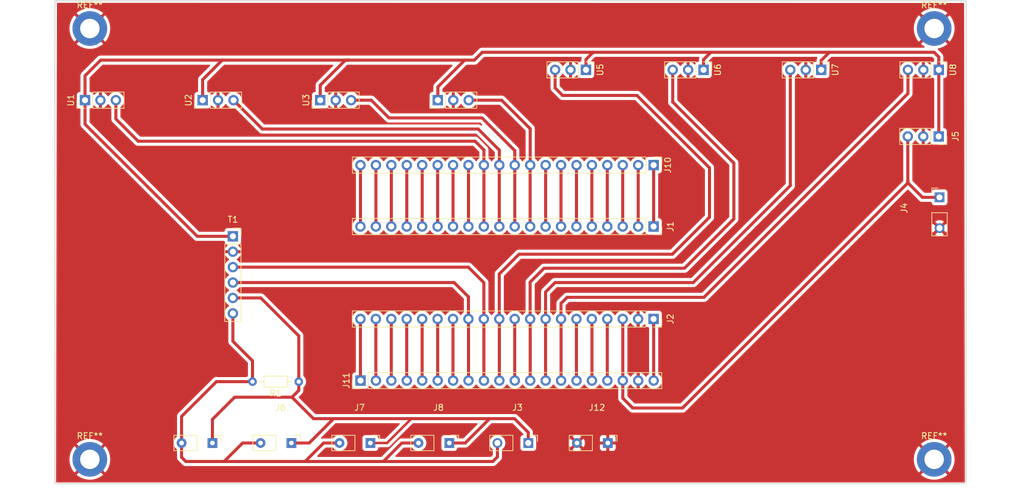
<source format=kicad_pcb>
(kicad_pcb (version 20221018) (generator pcbnew)
  (layers (0 "F.Cu" signal) (31 "B.Cu" signal) (34 "B.Paste" user) (35 "F.Paste" user) (36 "B.SilkS" user "B.Silkscreen") (37 "F.SilkS" user "F.Silkscreen") (38 "B.Mask" user) (39 "F.Mask" user) (44 "Edge.Cuts" user))
  (net 0 "")
  (net 1 "Net-(J1-Pin_1)")
  (net 2 "Net-(J1-Pin_2)")
  (net 3 "Net-(J1-Pin_3)")
  (net 4 "Net-(J1-Pin_4)")
  (net 5 "Net-(J1-Pin_5)")
  (net 6 "Net-(J1-Pin_6)")
  (net 7 "Net-(J1-Pin_7)")
  (net 8 "Net-(J1-Pin_8)")
  (net 9 "/Sensor_3")
  (net 10 "/Sensor_2")
  (net 11 "/Sensor_1")
  (net 12 "/Sensor_0")
  (net 13 "Net-(J1-Pin_13)")
  (net 14 "Net-(J1-Pin_14)")
  (net 15 "Net-(J1-Pin_15)")
  (net 16 "Net-(J1-Pin_16)")
  (net 17 "Net-(J1-Pin_17)")
  (net 18 "Net-(J1-Pin_18)")
  (net 19 "Net-(J1-Pin_19)")
  (net 20 "Net-(J1-Pin_20)")
  (net 21 "Net-(J11-Pin_20)")
  (net 22 "Net-(J11-Pin_17)")
  (net 23 "/Sensor_4")
  (net 24 "/Sensor_5")
  (net 25 "/Sensor_6")
  (net 26 "/BluePill/CRX")
  (net 27 "/BluePill/CTX")
  (net 28 "/Sensor_7")
  (net 29 "Net-(J11-Pin_16)")
  (net 30 "Net-(J11-Pin_15)")
  (net 31 "Net-(J11-Pin_11)")
  (net 32 "Net-(J11-Pin_7)")
  (net 33 "/BluePill/5V")
  (net 34 "/GND")
  (net 35 "/3.3V")
  (net 36 "Net-(J11-Pin_6)")
  (net 37 "/BluePill/CANL")
  (net 38 "/BluePill/CANH")
  (net 39 "Net-(J11-Pin_5)")
  (net 40 "Net-(J11-Pin_4)")
  (net 41 "Net-(J11-Pin_3)")
  (net 42 "Net-(J11-Pin_2)")
  (net 43 "Net-(J11-Pin_1)")
  (footprint "wen1:Conector_1x02" (layer "F.Cu") (at 55.4022 83.9724)
    (fp_text reference "J6" (at 0 -0.5 unlocked) (layer "F.SilkS"))
    (fp_text value "Conn_01x02_Socket")
    (pad "1" thru_hole circle (at -3.302 5.334) (size 1.6 1.6) (drill 0.762) (layers "*.Cu" "*.Mask") (net 37 "/BluePill/CANL"))
    (pad "2" thru_hole rect (at 1.778 5.334) (size 1.6 1.6) (drill 0.762) (layers "*.Cu" "*.Mask") (net 38 "/BluePill/CANH"))
  )
  (footprint "wen1:Conector_1x02" (layer "F.Cu") (at 158.5468 50.5968 90)
    (fp_text reference "J4" (at 0 -0.5 90 unlocked) (layer "F.SilkS"))
    (fp_text value "Conn_01x02_Socket")
    (pad "1" thru_hole circle (at -3.302 5.334 90) (size 1.6 1.6) (drill 1) (layers "*.Cu" "*.Mask") (net 34 "/GND"))
    (pad "2" thru_hole rect (at 1.778 5.334 90) (size 1.6 1.6) (drill 1) (layers "*.Cu" "*.Mask") (net 33 "/BluePill/5V"))
  )
  (footprint "Connector_PinHeader_2.54mm:PinHeader_1x03_P2.54mm_Vertical" (layer "F.Cu") (at 163.761 27.813 -90)
    (fp_text reference "U8" (at 0 -2.33 90) (layer "F.SilkS"))
    (fp_text value "~")
    (pad "1" thru_hole rect (at 0 0 270) (size 1.7 1.7) (drill 1) (layers "*.Cu" "*.Mask") (net 35 "/3.3V"))
    (pad "2" thru_hole oval (at 0 2.54 270) (size 1.7 1.7) (drill 1) (layers "*.Cu" "*.Mask") (net 34 "/GND"))
    (pad "3" thru_hole oval (at 0 5.08 270) (size 1.7 1.7) (drill 1) (layers "*.Cu" "*.Mask") (net 28 "/Sensor_7"))
  )
  (footprint "MountingHole:MountingHole_3.2mm_M3_ISO7380_Pad" (layer "F.Cu") (at 163 92)
    (fp_text reference "REF**" (at 0 -3.85) (layer "F.SilkS"))
    (fp_text value "MountingHole_3.2mm_M3_ISO7380_Pad")
    (pad "2" thru_hole circle (at 0 0) (size 5.7 5.7) (drill 3.2) (layers "*.Cu" "*.Mask") (net 34 "/GND"))
  )
  (footprint "Connector_PinHeader_2.54mm:PinHeader_1x03_P2.54mm_Vertical" (layer "F.Cu") (at 105.6748 27.813 -90)
    (fp_text reference "U5" (at 0 -2.33 90) (layer "F.SilkS"))
    (fp_text value "~")
    (pad "1" thru_hole rect (at 0 0 270) (size 1.7 1.7) (drill 1) (layers "*.Cu" "*.Mask") (net 35 "/3.3V"))
    (pad "2" thru_hole oval (at 0 2.54 270) (size 1.7 1.7) (drill 1) (layers "*.Cu" "*.Mask") (net 34 "/GND"))
    (pad "3" thru_hole oval (at 0 5.08 270) (size 1.7 1.7) (drill 1) (layers "*.Cu" "*.Mask") (net 23 "/Sensor_4"))
  )
  (footprint "Connector_PinHeader_2.54mm:PinHeader_1x20_P2.54mm_Vertical" (layer "F.Cu") (at 116.8146 43.5102 -90)
    (fp_text reference "J10" (at 0 -2.33 90) (layer "F.SilkS"))
    (fp_text value "Conn_01x20_Pin")
    (pad "1" thru_hole rect (at 0 0 270) (size 1.7 1.7) (drill 1) (layers "*.Cu" "*.Mask") (net 1 "Net-(J1-Pin_1)"))
    (pad "2" thru_hole oval (at 0 2.54 270) (size 1.7 1.7) (drill 1) (layers "*.Cu" "*.Mask") (net 2 "Net-(J1-Pin_2)"))
    (pad "3" thru_hole oval (at 0 5.08 270) (size 1.7 1.7) (drill 1) (layers "*.Cu" "*.Mask") (net 3 "Net-(J1-Pin_3)"))
    (pad "4" thru_hole oval (at 0 7.62 270) (size 1.7 1.7) (drill 1) (layers "*.Cu" "*.Mask") (net 4 "Net-(J1-Pin_4)"))
    (pad "5" thru_hole oval (at 0 10.16 270) (size 1.7 1.7) (drill 1) (layers "*.Cu" "*.Mask") (net 5 "Net-(J1-Pin_5)"))
    (pad "6" thru_hole oval (at 0 12.7 270) (size 1.7 1.7) (drill 1) (layers "*.Cu" "*.Mask") (net 6 "Net-(J1-Pin_6)"))
    (pad "7" thru_hole oval (at 0 15.24 270) (size 1.7 1.7) (drill 1) (layers "*.Cu" "*.Mask") (net 7 "Net-(J1-Pin_7)"))
    (pad "8" thru_hole oval (at 0 17.78 270) (size 1.7 1.7) (drill 1) (layers "*.Cu" "*.Mask") (net 8 "Net-(J1-Pin_8)"))
    (pad "9" thru_hole oval (at 0 20.32 270) (size 1.7 1.7) (drill 1) (layers "*.Cu" "*.Mask") (net 9 "/Sensor_3"))
    (pad "10" thru_hole oval (at 0 22.86 270) (size 1.7 1.7) (drill 1) (layers "*.Cu" "*.Mask") (net 10 "/Sensor_2"))
    (pad "11" thru_hole oval (at 0 25.4 270) (size 1.7 1.7) (drill 1) (layers "*.Cu" "*.Mask") (net 11 "/Sensor_1"))
    (pad "12" thru_hole oval (at 0 27.94 270) (size 1.7 1.7) (drill 1) (layers "*.Cu" "*.Mask") (net 12 "/Sensor_0"))
    (pad "13" thru_hole oval (at 0 30.48 270) (size 1.7 1.7) (drill 1) (layers "*.Cu" "*.Mask") (net 13 "Net-(J1-Pin_13)"))
    (pad "14" thru_hole oval (at 0 33.02 270) (size 1.7 1.7) (drill 1) (layers "*.Cu" "*.Mask") (net 14 "Net-(J1-Pin_14)"))
    (pad "15" thru_hole oval (at 0 35.56 270) (size 1.7 1.7) (drill 1) (layers "*.Cu" "*.Mask") (net 15 "Net-(J1-Pin_15)"))
    (pad "16" thru_hole oval (at 0 38.1 270) (size 1.7 1.7) (drill 1) (layers "*.Cu" "*.Mask") (net 16 "Net-(J1-Pin_16)"))
    (pad "17" thru_hole oval (at 0 40.64 270) (size 1.7 1.7) (drill 1) (layers "*.Cu" "*.Mask") (net 17 "Net-(J1-Pin_17)"))
    (pad "18" thru_hole oval (at 0 43.18 270) (size 1.7 1.7) (drill 1) (layers "*.Cu" "*.Mask") (net 18 "Net-(J1-Pin_18)"))
    (pad "19" thru_hole oval (at 0 45.72 270) (size 1.7 1.7) (drill 1) (layers "*.Cu" "*.Mask") (net 19 "Net-(J1-Pin_19)"))
    (pad "20" thru_hole oval (at 0 48.26 270) (size 1.7 1.7) (drill 1) (layers "*.Cu" "*.Mask") (net 20 "Net-(J1-Pin_20)"))
  )
  (footprint "wen1:Conector_1x02" (layer "F.Cu") (at 94.4022 83.9724)
    (fp_text reference "J3" (at 0 -0.5 unlocked) (layer "F.SilkS"))
    (fp_text value "Conn_01x02_Socket")
    (pad "1" thru_hole circle (at -3.302 5.334) (size 1.6 1.6) (drill 1) (layers "*.Cu" "*.Mask") (net 37 "/BluePill/CANL"))
    (pad "2" thru_hole rect (at 1.778 5.334) (size 1.6 1.6) (drill 1) (layers "*.Cu" "*.Mask") (net 38 "/BluePill/CANH"))
  )
  (footprint "Connector_PinHeader_2.54mm:PinHeader_1x03_P2.54mm_Vertical" (layer "F.Cu") (at 81.2912 32.813 90)
    (fp_text reference "" (at 0 -2.33 90) (layer "F.SilkS"))
    (fp_text value "~")
    (pad "1" thru_hole rect (at 0 0 90) (size 1.7 1.7) (drill 1) (layers "*.Cu" "*.Mask") (net 35 "/3.3V"))
    (pad "2" thru_hole oval (at 0 2.54 90) (size 1.7 1.7) (drill 1) (layers "*.Cu" "*.Mask") (net 34 "/GND"))
    (pad "3" thru_hole oval (at 0 5.08 90) (size 1.7 1.7) (drill 1) (layers "*.Cu" "*.Mask") (net 9 "/Sensor_3"))
  )
  (footprint "wen1:Conector_1x02" (layer "F.Cu") (at 68.4022 83.9724)
    (fp_text reference "J7" (at 0 -0.5 unlocked) (layer "F.SilkS"))
    (fp_text value "Conn_01x02_Socket")
    (pad "1" thru_hole circle (at -3.302 5.334) (size 1.6 1.6) (drill 0.762) (layers "*.Cu" "*.Mask") (net 37 "/BluePill/CANL"))
    (pad "2" thru_hole rect (at 1.778 5.334) (size 1.6 1.6) (drill 0.762) (layers "*.Cu" "*.Mask") (net 38 "/BluePill/CANH"))
  )
  (footprint "Connector_PinHeader_2.54mm:PinHeader_1x03_P2.54mm_Vertical" (layer "F.Cu") (at 125.0366 27.813 -90)
    (fp_text reference "U6" (at 0 -2.33 90) (layer "F.SilkS"))
    (fp_text value "~")
    (pad "1" thru_hole rect (at 0 0 270) (size 1.7 1.7) (drill 1) (layers "*.Cu" "*.Mask") (net 35 "/3.3V"))
    (pad "2" thru_hole oval (at 0 2.54 270) (size 1.7 1.7) (drill 1) (layers "*.Cu" "*.Mask") (net 34 "/GND"))
    (pad "3" thru_hole oval (at 0 5.08 270) (size 1.7 1.7) (drill 1) (layers "*.Cu" "*.Mask") (net 24 "/Sensor_5"))
  )
  (footprint "Connector_PinSocket_2.54mm:PinSocket_1x20_P2.54mm_Vertical" (layer "F.Cu") (at 116.805 68.8672 -90)
    (fp_text reference "J2" (at 0 -2.77 90) (layer "F.SilkS"))
    (fp_text value "Conn_01x20_Socket")
    (pad "1" thru_hole rect (at 0 0 270) (size 1.7 1.7) (drill 1) (layers "*.Cu" "*.Mask") (net 21 "Net-(J11-Pin_20)"))
    (pad "2" thru_hole oval (at 0 2.54 270) (size 1.7 1.7) (drill 1) (layers "*.Cu" "*.Mask") (net 34 "/GND"))
    (pad "3" thru_hole oval (at 0 5.08 270) (size 1.7 1.7) (drill 1) (layers "*.Cu" "*.Mask") (net 33 "/BluePill/5V"))
    (pad "4" thru_hole oval (at 0 7.62 270) (size 1.7 1.7) (drill 1) (layers "*.Cu" "*.Mask") (net 22 "Net-(J11-Pin_17)"))
    (pad "5" thru_hole oval (at 0 10.16 270) (size 1.7 1.7) (drill 1) (layers "*.Cu" "*.Mask") (net 29 "Net-(J11-Pin_16)"))
    (pad "6" thru_hole oval (at 0 12.7 270) (size 1.7 1.7) (drill 1) (layers "*.Cu" "*.Mask") (net 30 "Net-(J11-Pin_15)"))
    (pad "7" thru_hole oval (at 0 15.24 270) (size 1.7 1.7) (drill 1) (layers "*.Cu" "*.Mask") (net 28 "/Sensor_7"))
    (pad "8" thru_hole oval (at 0 17.78 270) (size 1.7 1.7) (drill 1) (layers "*.Cu" "*.Mask") (net 25 "/Sensor_6"))
    (pad "9" thru_hole oval (at 0 20.32 270) (size 1.7 1.7) (drill 1) (layers "*.Cu" "*.Mask") (net 24 "/Sensor_5"))
    (pad "10" thru_hole oval (at 0 22.86 270) (size 1.7 1.7) (drill 1) (layers "*.Cu" "*.Mask") (net 31 "Net-(J11-Pin_11)"))
    (pad "11" thru_hole oval (at 0 25.4 270) (size 1.7 1.7) (drill 1) (layers "*.Cu" "*.Mask") (net 23 "/Sensor_4"))
    (pad "12" thru_hole oval (at 0 27.94 270) (size 1.7 1.7) (drill 1) (layers "*.Cu" "*.Mask") (net 27 "/BluePill/CTX"))
    (pad "13" thru_hole oval (at 0 30.48 270) (size 1.7 1.7) (drill 1) (layers "*.Cu" "*.Mask") (net 26 "/BluePill/CRX"))
    (pad "14" thru_hole oval (at 0 33.02 270) (size 1.7 1.7) (drill 1) (layers "*.Cu" "*.Mask") (net 32 "Net-(J11-Pin_7)"))
    (pad "15" thru_hole oval (at 0 35.56 270) (size 1.7 1.7) (drill 1) (layers "*.Cu" "*.Mask") (net 36 "Net-(J11-Pin_6)"))
    (pad "16" thru_hole oval (at 0 38.1 270) (size 1.7 1.7) (drill 1) (layers "*.Cu" "*.Mask") (net 39 "Net-(J11-Pin_5)"))
    (pad "17" thru_hole oval (at 0 40.64 270) (size 1.7 1.7) (drill 1) (layers "*.Cu" "*.Mask") (net 40 "Net-(J11-Pin_4)"))
    (pad "18" thru_hole oval (at 0 43.18 270) (size 1.7 1.7) (drill 1) (layers "*.Cu" "*.Mask") (net 41 "Net-(J11-Pin_3)"))
    (pad "19" thru_hole oval (at 0 45.72 270) (size 1.7 1.7) (drill 1) (layers "*.Cu" "*.Mask") (net 42 "Net-(J11-Pin_2)"))
    (pad "20" thru_hole oval (at 0 48.26 270) (size 1.7 1.7) (drill 1) (layers "*.Cu" "*.Mask") (net 43 "Net-(J11-Pin_1)"))
  )
  (footprint "wen1:Conector_1x02" (layer "F.Cu") (at 81.4022 83.9724)
    (fp_text reference "J8" (at 0 -0.5 unlocked) (layer "F.SilkS"))
    (fp_text value "Conn_01x02_Socket")
    (pad "1" thru_hole circle (at -3.302 5.334) (size 1.6 1.6) (drill 0.762) (layers "*.Cu" "*.Mask") (net 37 "/BluePill/CANL"))
    (pad "2" thru_hole rect (at 1.778 5.334) (size 1.6 1.6) (drill 0.762) (layers "*.Cu" "*.Mask") (net 38 "/BluePill/CANH"))
  )
  (footprint "Connector_PinHeader_2.54mm:PinHeader_1x03_P2.54mm_Vertical" (layer "F.Cu") (at 42.5672 32.813 90)
    (fp_text reference "U2" (at 0 -2.33 90) (layer "F.SilkS"))
    (fp_text value "~")
    (pad "1" thru_hole rect (at 0 0 90) (size 1.7 1.7) (drill 1) (layers "*.Cu" "*.Mask") (net 35 "/3.3V"))
    (pad "2" thru_hole oval (at 0 2.54 90) (size 1.7 1.7) (drill 1) (layers "*.Cu" "*.Mask") (net 34 "/GND"))
    (pad "3" thru_hole oval (at 0 5.08 90) (size 1.7 1.7) (drill 1) (layers "*.Cu" "*.Mask") (net 11 "/Sensor_1"))
  )
  (footprint "Connector_PinHeader_2.54mm:PinHeader_1x20_P2.54mm_Vertical" (layer "F.Cu") (at 68.5596 79.0194 90)
    (fp_text reference "J11" (at 0 -2.33 90) (layer "F.SilkS"))
    (fp_text value "Conn_01x20_Pin")
    (pad "1" thru_hole rect (at 0 0 90) (size 1.7 1.7) (drill 1) (layers "*.Cu" "*.Mask") (net 43 "Net-(J11-Pin_1)"))
    (pad "2" thru_hole oval (at 0 2.54 90) (size 1.7 1.7) (drill 1) (layers "*.Cu" "*.Mask") (net 42 "Net-(J11-Pin_2)"))
    (pad "3" thru_hole oval (at 0 5.08 90) (size 1.7 1.7) (drill 1) (layers "*.Cu" "*.Mask") (net 41 "Net-(J11-Pin_3)"))
    (pad "4" thru_hole oval (at 0 7.62 90) (size 1.7 1.7) (drill 1) (layers "*.Cu" "*.Mask") (net 40 "Net-(J11-Pin_4)"))
    (pad "5" thru_hole oval (at 0 10.16 90) (size 1.7 1.7) (drill 1) (layers "*.Cu" "*.Mask") (net 39 "Net-(J11-Pin_5)"))
    (pad "6" thru_hole oval (at 0 12.7 90) (size 1.7 1.7) (drill 1) (layers "*.Cu" "*.Mask") (net 36 "Net-(J11-Pin_6)"))
    (pad "7" thru_hole oval (at 0 15.24 90) (size 1.7 1.7) (drill 1) (layers "*.Cu" "*.Mask") (net 32 "Net-(J11-Pin_7)"))
    (pad "8" thru_hole oval (at 0 17.78 90) (size 1.7 1.7) (drill 1) (layers "*.Cu" "*.Mask") (net 26 "/BluePill/CRX"))
    (pad "9" thru_hole oval (at 0 20.32 90) (size 1.7 1.7) (drill 1) (layers "*.Cu" "*.Mask") (net 27 "/BluePill/CTX"))
    (pad "10" thru_hole oval (at 0 22.86 90) (size 1.7 1.7) (drill 1) (layers "*.Cu" "*.Mask") (net 23 "/Sensor_4"))
    (pad "11" thru_hole oval (at 0 25.4 90) (size 1.7 1.7) (drill 1) (layers "*.Cu" "*.Mask") (net 31 "Net-(J11-Pin_11)"))
    (pad "12" thru_hole oval (at 0 27.94 90) (size 1.7 1.7) (drill 1) (layers "*.Cu" "*.Mask") (net 24 "/Sensor_5"))
    (pad "13" thru_hole oval (at 0 30.48 90) (size 1.7 1.7) (drill 1) (layers "*.Cu" "*.Mask") (net 25 "/Sensor_6"))
    (pad "14" thru_hole oval (at 0 33.02 90) (size 1.7 1.7) (drill 1) (layers "*.Cu" "*.Mask") (net 28 "/Sensor_7"))
    (pad "15" thru_hole oval (at 0 35.56 90) (size 1.7 1.7) (drill 1) (layers "*.Cu" "*.Mask") (net 30 "Net-(J11-Pin_15)"))
    (pad "16" thru_hole oval (at 0 38.1 90) (size 1.7 1.7) (drill 1) (layers "*.Cu" "*.Mask") (net 29 "Net-(J11-Pin_16)"))
    (pad "17" thru_hole oval (at 0 40.64 90) (size 1.7 1.7) (drill 1) (layers "*.Cu" "*.Mask") (net 22 "Net-(J11-Pin_17)"))
    (pad "18" thru_hole oval (at 0 43.18 90) (size 1.7 1.7) (drill 1) (layers "*.Cu" "*.Mask") (net 33 "/BluePill/5V"))
    (pad "19" thru_hole oval (at 0 45.72 90) (size 1.7 1.7) (drill 1) (layers "*.Cu" "*.Mask") (net 34 "/GND"))
    (pad "20" thru_hole oval (at 0 48.26 90) (size 1.7 1.7) (drill 1) (layers "*.Cu" "*.Mask") (net 21 "Net-(J11-Pin_20)"))
  )
  (footprint "wen1:Conector_1x02" (layer "F.Cu") (at 107.4928 83.9724)
    (fp_text reference "J12" (at 0 -0.5 unlocked) (layer "F.SilkS"))
    (fp_text value "Conn_01x02_Socket")
    (pad "1" thru_hole circle (at -3.302 5.334) (size 1.6 1.6) (drill 0.762) (layers "*.Cu" "*.Mask") (net 34 "/GND"))
    (pad "2" thru_hole rect (at 1.778 5.334) (size 1.6 1.6) (drill 0.762) (layers "*.Cu" "*.Mask") (net 34 "/GND"))
  )
  (footprint "Connector_PinHeader_2.54mm:PinHeader_1x03_P2.54mm_Vertical" (layer "F.Cu") (at 144.399 27.813 -90)
    (fp_text reference "U7" (at 0 -2.33 90) (layer "F.SilkS"))
    (fp_text value "~")
    (pad "1" thru_hole rect (at 0 0 270) (size 1.7 1.7) (drill 1) (layers "*.Cu" "*.Mask") (net 35 "/3.3V"))
    (pad "2" thru_hole oval (at 0 2.54 270) (size 1.7 1.7) (drill 1) (layers "*.Cu" "*.Mask") (net 34 "/GND"))
    (pad "3" thru_hole oval (at 0 5.08 270) (size 1.7 1.7) (drill 1) (layers "*.Cu" "*.Mask") (net 25 "/Sensor_6"))
  )
  (footprint "Connector_PinSocket_2.54mm:PinSocket_1x20_P2.54mm_Vertical" (layer "F.Cu") (at 116.805 53.6312 -90)
    (fp_text reference "J1" (at 0 -2.77 90) (layer "F.SilkS"))
    (fp_text value "Conn_01x20_Socket")
    (pad "1" thru_hole rect (at 0 0 270) (size 1.7 1.7) (drill 1) (layers "*.Cu" "*.Mask") (net 1 "Net-(J1-Pin_1)"))
    (pad "2" thru_hole oval (at 0 2.54 270) (size 1.7 1.7) (drill 1) (layers "*.Cu" "*.Mask") (net 2 "Net-(J1-Pin_2)"))
    (pad "3" thru_hole oval (at 0 5.08 270) (size 1.7 1.7) (drill 1) (layers "*.Cu" "*.Mask") (net 3 "Net-(J1-Pin_3)"))
    (pad "4" thru_hole oval (at 0 7.62 270) (size 1.7 1.7) (drill 1) (layers "*.Cu" "*.Mask") (net 4 "Net-(J1-Pin_4)"))
    (pad "5" thru_hole oval (at 0 10.16 270) (size 1.7 1.7) (drill 1) (layers "*.Cu" "*.Mask") (net 5 "Net-(J1-Pin_5)"))
    (pad "6" thru_hole oval (at 0 12.7 270) (size 1.7 1.7) (drill 1) (layers "*.Cu" "*.Mask") (net 6 "Net-(J1-Pin_6)"))
    (pad "7" thru_hole oval (at 0 15.24 270) (size 1.7 1.7) (drill 1) (layers "*.Cu" "*.Mask") (net 7 "Net-(J1-Pin_7)"))
    (pad "8" thru_hole oval (at 0 17.78 270) (size 1.7 1.7) (drill 1) (layers "*.Cu" "*.Mask") (net 8 "Net-(J1-Pin_8)"))
    (pad "9" thru_hole oval (at 0 20.32 270) (size 1.7 1.7) (drill 1) (layers "*.Cu" "*.Mask") (net 9 "/Sensor_3"))
    (pad "10" thru_hole oval (at 0 22.86 270) (size 1.7 1.7) (drill 1) (layers "*.Cu" "*.Mask") (net 10 "/Sensor_2"))
    (pad "11" thru_hole oval (at 0 25.4 270) (size 1.7 1.7) (drill 1) (layers "*.Cu" "*.Mask") (net 11 "/Sensor_1"))
    (pad "12" thru_hole oval (at 0 27.94 270) (size 1.7 1.7) (drill 1) (layers "*.Cu" "*.Mask") (net 12 "/Sensor_0"))
    (pad "13" thru_hole oval (at 0 30.48 270) (size 1.7 1.7) (drill 1) (layers "*.Cu" "*.Mask") (net 13 "Net-(J1-Pin_13)"))
    (pad "14" thru_hole oval (at 0 33.02 270) (size 1.7 1.7) (drill 1) (layers "*.Cu" "*.Mask") (net 14 "Net-(J1-Pin_14)"))
    (pad "15" thru_hole oval (at 0 35.56 270) (size 1.7 1.7) (drill 1) (layers "*.Cu" "*.Mask") (net 15 "Net-(J1-Pin_15)"))
    (pad "16" thru_hole oval (at 0 38.1 270) (size 1.7 1.7) (drill 1) (layers "*.Cu" "*.Mask") (net 16 "Net-(J1-Pin_16)"))
    (pad "17" thru_hole oval (at 0 40.64 270) (size 1.7 1.7) (drill 1) (layers "*.Cu" "*.Mask") (net 17 "Net-(J1-Pin_17)"))
    (pad "18" thru_hole oval (at 0 43.18 270) (size 1.7 1.7) (drill 1) (layers "*.Cu" "*.Mask") (net 18 "Net-(J1-Pin_18)"))
    (pad "19" thru_hole oval (at 0 45.72 270) (size 1.7 1.7) (drill 1) (layers "*.Cu" "*.Mask") (net 19 "Net-(J1-Pin_19)"))
    (pad "20" thru_hole oval (at 0 48.26 270) (size 1.7 1.7) (drill 1) (layers "*.Cu" "*.Mask") (net 20 "Net-(J1-Pin_20)"))
  )
  (footprint "Resistor_THT:R_Axial_DIN0204_L3.6mm_D1.6mm_P7.62mm_Horizontal" (layer "F.Cu") (at 58.3946 79.1972 180)
    (fp_text reference "R1" (at 3.81 -1.92) (layer "F.SilkS"))
    (fp_text value "120")
    (pad "1" thru_hole circle (at 0 0 180) (size 1.4 1.4) (drill 0.7) (layers "*.Cu" "*.Mask") (net 38 "/BluePill/CANH"))
    (pad "2" thru_hole oval (at 7.62 0 180) (size 1.4 1.4) (drill 0.7) (layers "*.Cu" "*.Mask") (net 37 "/BluePill/CANL"))
  )
  (footprint "MountingHole:MountingHole_3.2mm_M3_ISO7380_Pad" (layer "F.Cu") (at 163 21)
    (fp_text reference "REF**" (at 0 -3.85) (layer "F.SilkS"))
    (fp_text value "MountingHole_3.2mm_M3_ISO7380_Pad")
    (pad "2" thru_hole circle (at 0 0) (size 5.7 5.7) (drill 3.2) (layers "*.Cu" "*.Mask") (net 34 "/GND"))
  )
  (footprint "wen1:Conector_1x02" (layer "F.Cu") (at 42.4022 83.9724)
    (fp_text reference "J9" hide)
    (fp_text value "Conn_01x02_Socket")
    (pad "1" thru_hole circle (at -3.302 5.334) (size 1.6 1.6) (drill 0.762) (layers "*.Cu" "*.Mask") (net 37 "/BluePill/CANL"))
    (pad "2" thru_hole rect (at 1.778 5.334) (size 1.6 1.6) (drill 0.762) (layers "*.Cu" "*.Mask") (net 38 "/BluePill/CANH"))
  )
  (footprint "Connector_PinHeader_2.54mm:PinHeader_1x03_P2.54mm_Vertical" (layer "F.Cu") (at 23.2048 32.813 90)
    (fp_text reference "U1" (at 0 -2.33 90) (layer "F.SilkS"))
    (fp_text value "~")
    (pad "1" thru_hole rect (at 0 0 90) (size 1.7 1.7) (drill 1) (layers "*.Cu" "*.Mask") (net 35 "/3.3V"))
    (pad "2" thru_hole oval (at 0 2.54 90) (size 1.7 1.7) (drill 1) (layers "*.Cu" "*.Mask") (net 34 "/GND"))
    (pad "3" thru_hole oval (at 0 5.08 90) (size 1.7 1.7) (drill 1) (layers "*.Cu" "*.Mask") (net 12 "/Sensor_0"))
  )
  (footprint "MountingHole:MountingHole_3.2mm_M3_ISO7380_Pad" (layer "F.Cu") (at 24 92)
    (fp_text reference "REF**" (at 0 -3.85) (layer "F.SilkS"))
    (fp_text value "MountingHole_3.2mm_M3_ISO7380_Pad")
    (pad "1" thru_hole circle (at 0 0) (size 5.7 5.7) (drill 3.2) (layers "*.Cu" "*.Mask") (net 34 "/GND"))
  )
  (footprint "Connector_PinSocket_2.54mm:PinSocket_1x03_P2.54mm_Vertical" (layer "F.Cu") (at 163.7388 38.7854 -90)
    (fp_text reference "J5" (at 0 -2.77 90) (layer "F.SilkS"))
    (fp_text value "Conn_01x03_Socket")
    (pad "1" thru_hole rect (at 0 0 270) (size 1.7 1.7) (drill 1) (layers "*.Cu" "*.Mask") (net 35 "/3.3V"))
    (pad "2" thru_hole oval (at 0 2.54 270) (size 1.7 1.7) (drill 1) (layers "*.Cu" "*.Mask") (net 34 "/GND"))
    (pad "3" thru_hole oval (at 0 5.08 270) (size 1.7 1.7) (drill 1) (layers "*.Cu" "*.Mask") (net 33 "/BluePill/5V"))
  )
  (footprint "Connector_PinHeader_2.54mm:PinHeader_1x03_P2.54mm_Vertical" (layer "F.Cu") (at 61.9288 32.813 90)
    (fp_text reference "U3" (at 0 -2.33 90) (layer "F.SilkS"))
    (fp_text value "~")
    (pad "1" thru_hole rect (at 0 0 90) (size 1.7 1.7) (drill 1) (layers "*.Cu" "*.Mask") (net 35 "/3.3V"))
    (pad "2" thru_hole oval (at 0 2.54 90) (size 1.7 1.7) (drill 1) (layers "*.Cu" "*.Mask") (net 34 "/GND"))
    (pad "3" thru_hole oval (at 0 5.08 90) (size 1.7 1.7) (drill 1) (layers "*.Cu" "*.Mask") (net 10 "/Sensor_2"))
  )
  (footprint "MountingHole:MountingHole_3.2mm_M3_ISO7380_Pad" (layer "F.Cu") (at 24 21)
    (fp_text reference "REF**" (at 0 -3.85) (layer "F.SilkS"))
    (fp_text value "MountingHole_3.2mm_M3_ISO7380_Pad")
    (pad "1" thru_hole circle (at 0 0) (size 5.7 5.7) (drill 3.2) (layers "*.Cu" "*.Mask") (net 34 "/GND"))
  )
  (footprint "Connector_PinSocket_2.54mm:PinSocket_1x06_P2.54mm_Vertical" (layer "F.Cu") (at 47.5484 55.2446)
    (fp_text reference "T1" (at 0 -2.77) (layer "F.SilkS"))
    (fp_text value "~")
    (pad "1" thru_hole rect (at 0 0) (size 1.7 1.7) (drill 1) (layers "*.Cu" "*.Mask") (net 35 "/3.3V"))
    (pad "2" thru_hole oval (at 0 2.54) (size 1.7 1.7) (drill 1) (layers "*.Cu" "*.Mask") (net 34 "/GND"))
    (pad "3" thru_hole oval (at 0 5.08) (size 1.7 1.7) (drill 1) (layers "*.Cu" "*.Mask") (net 27 "/BluePill/CTX"))
    (pad "4" thru_hole oval (at 0 7.62) (size 1.7 1.7) (drill 1) (layers "*.Cu" "*.Mask") (net 26 "/BluePill/CRX"))
    (pad "5" thru_hole oval (at 0 10.16) (size 1.7 1.7) (drill 1) (layers "*.Cu" "*.Mask") (net 38 "/BluePill/CANH"))
    (pad "6" thru_hole oval (at 0 12.7) (size 1.7 1.7) (drill 1) (layers "*.Cu" "*.Mask") (net 37 "/BluePill/CANL"))
  )
  (gr_line (start 168.2532 16.4468) (end 18.2532 16.4468) (stroke (width 0.15)) (layer "Edge.Cuts"))
  (gr_line (start 18.2532 96) (end 168.2532 96) (stroke (width 0.15)) (layer "Edge.Cuts"))
  (gr_line (start 168.2532 16.4468) (end 168.2532 96) (stroke (width 0.15)) (layer "Edge.Cuts"))
  (gr_line (start 18.2532 16.4468) (end 18.2532 96) (stroke (width 0.15)) (layer "Edge.Cuts"))
  (segment (start 116.8146 43.5102) (end 116.8146 53.6216) (width 0.5) (layer "F.Cu") (net 1))
  (segment (start 116.8146 53.6216) (end 116.805 53.6312) (width 0.5) (layer "F.Cu") (net 1))
  (segment (start 114.2746 43.5102) (end 114.2746 53.6216) (width 0.5) (layer "F.Cu") (net 2))
  (segment (start 114.2746 53.6216) (end 114.265 53.6312) (width 0.5) (layer "F.Cu") (net 2))
  (segment (start 111.725 53.6312) (end 111.725 43.5198) (width 0.5) (layer "F.Cu") (net 3))
  (segment (start 111.725 43.5198) (end 111.7346 43.5102) (width 0.5) (layer "F.Cu") (net 3))
  (segment (start 109.185 43.5198) (end 109.1946 43.5102) (width 0.5) (layer "F.Cu") (net 4))
  (segment (start 109.185 53.6312) (end 109.185 43.5198) (width 0.5) (layer "F.Cu") (net 4))
  (segment (start 106.645 43.5198) (end 106.6546 43.5102) (width 0.5) (layer "F.Cu") (net 5))
  (segment (start 106.645 53.6312) (end 106.645 43.5198) (width 0.5) (layer "F.Cu") (net 5))
  (segment (start 104.1146 53.6216) (end 104.105 53.6312) (width 0.5) (layer "F.Cu") (net 6))
  (segment (start 104.1146 43.5102) (end 104.1146 53.6216) (width 0.5) (layer "F.Cu") (net 6))
  (segment (start 101.565 43.5198) (end 101.5746 43.5102) (width 0.5) (layer "F.Cu") (net 7))
  (segment (start 101.565 53.6312) (end 101.565 43.5198) (width 0.5) (layer "F.Cu") (net 7))
  (segment (start 99.0346 43.5102) (end 99.0346 53.6216) (width 0.5) (layer "F.Cu") (net 8))
  (segment (start 99.0346 53.6216) (end 99.025 53.6312) (width 0.5) (layer "F.Cu") (net 8))
  (segment (start 91.7918 32.813) (end 96.4946 37.5158) (width 0.5) (layer "F.Cu") (net 9))
  (segment (start 86.3712 32.813) (end 91.7918 32.813) (width 0.5) (layer "F.Cu") (net 9))
  (segment (start 96.485 43.5198) (end 96.4946 43.5102) (width 0.5) (layer "F.Cu") (net 9))
  (segment (start 96.4946 37.5158) (end 96.4946 43.5102) (width 0.5) (layer "F.Cu") (net 9))
  (segment (start 96.485 53.6312) (end 96.485 43.5198) (width 0.5) (layer "F.Cu") (net 9))
  (segment (start 88.5698 35.7378) (end 93.9546 41.1226) (width 0.5) (layer "F.Cu") (net 10))
  (segment (start 73.2536 35.7378) (end 88.5698 35.7378) (width 0.5) (layer "F.Cu") (net 10))
  (segment (start 67.0088 32.813) (end 70.3288 32.813) (width 0.5) (layer "F.Cu") (net 10))
  (segment (start 93.9546 43.5102) (end 93.9546 53.6216) (width 0.5) (layer "F.Cu") (net 10))
  (segment (start 70.3288 32.813) (end 73.2536 35.7378) (width 0.5) (layer "F.Cu") (net 10))
  (segment (start 93.9546 53.6216) (end 93.945 53.6312) (width 0.5) (layer "F.Cu") (net 10))
  (segment (start 93.9546 41.1226) (end 93.9546 43.5102) (width 0.5) (layer "F.Cu") (net 10))
  (segment (start 67.0088 32.813) (end 66.9766 32.8452) (width 0.4) (layer "F.Cu") (net 10))
  (segment (start 93.945 53.6312) (end 93.9596 53.6166) (width 0.4) (layer "F.Cu") (net 10))
  (segment (start 52.4008 37.5666) (end 87.9348 37.5666) (width 0.5) (layer "F.Cu") (net 11))
  (segment (start 91.405 53.6312) (end 91.405 43.5198) (width 0.5) (layer "F.Cu") (net 11))
  (segment (start 87.9348 37.5666) (end 91.4146 41.0464) (width 0.5) (layer "F.Cu") (net 11))
  (segment (start 47.6472 32.813) (end 52.4008 37.5666) (width 0.5) (layer "F.Cu") (net 11))
  (segment (start 91.405 43.5198) (end 91.4146 43.5102) (width 0.5) (layer "F.Cu") (net 11))
  (segment (start 91.4146 41.0464) (end 91.4146 43.5102) (width 0.5) (layer "F.Cu") (net 11))
  (segment (start 28.2848 32.813) (end 28.2848 35.9048) (width 0.5) (layer "F.Cu") (net 12))
  (segment (start 31.9532 39.5732) (end 87.4268 39.5732) (width 0.5) (layer "F.Cu") (net 12))
  (segment (start 28.2848 35.9048) (end 31.9532 39.5732) (width 0.5) (layer "F.Cu") (net 12))
  (segment (start 88.8746 41.021) (end 88.8746 43.5102) (width 0.5) (layer "F.Cu") (net 12))
  (segment (start 88.8746 43.5102) (end 88.8746 53.6216) (width 0.5) (layer "F.Cu") (net 12))
  (segment (start 88.8746 53.6216) (end 88.865 53.6312) (width 0.5) (layer "F.Cu") (net 12))
  (segment (start 87.4268 39.5732) (end 88.8746 41.021) (width 0.5) (layer "F.Cu") (net 12))
  (segment (start 86.3346 53.6216) (end 86.325 53.6312) (width 0.5) (layer "F.Cu") (net 13))
  (segment (start 86.3346 43.5102) (end 86.3346 53.6216) (width 0.5) (layer "F.Cu") (net 13))
  (segment (start 83.7946 43.5102) (end 83.7946 53.6216) (width 0.5) (layer "F.Cu") (net 14))
  (segment (start 83.7946 53.6216) (end 83.785 53.6312) (width 0.5) (layer "F.Cu") (net 14))
  (segment (start 81.2546 43.5102) (end 81.2546 53.6216) (width 0.5) (layer "F.Cu") (net 15))
  (segment (start 81.2546 53.6216) (end 81.245 53.6312) (width 0.5) (layer "F.Cu") (net 15))
  (segment (start 78.7146 53.6216) (end 78.705 53.6312) (width 0.5) (layer "F.Cu") (net 16))
  (segment (start 78.7146 43.5102) (end 78.7146 53.6216) (width 0.5) (layer "F.Cu") (net 16))
  (segment (start 76.1746 53.6216) (end 76.165 53.6312) (width 0.5) (layer "F.Cu") (net 17))
  (segment (start 76.1746 43.5102) (end 76.1746 53.6216) (width 0.5) (layer "F.Cu") (net 17))
  (segment (start 73.6346 43.5102) (end 73.6346 53.6216) (width 0.5) (layer "F.Cu") (net 18))
  (segment (start 73.6346 53.6216) (end 73.625 53.6312) (width 0.5) (layer "F.Cu") (net 18))
  (segment (start 71.0946 43.5102) (end 71.0946 53.6216) (width 0.5) (layer "F.Cu") (net 19))
  (segment (start 71.0946 53.6216) (end 71.085 53.6312) (width 0.5) (layer "F.Cu") (net 19))
  (segment (start 68.5546 53.6216) (end 68.545 53.6312) (width 0.5) (layer "F.Cu") (net 20))
  (segment (start 68.5546 43.5102) (end 68.5546 53.6216) (width 0.5) (layer "F.Cu") (net 20))
  (segment (start 116.8196 68.8818) (end 116.805 68.8672) (width 0.5) (layer "F.Cu") (net 21))
  (segment (start 116.8196 79.0194) (end 116.8196 68.8818) (width 0.5) (layer "F.Cu") (net 21))
  (segment (start 109.185 79.0048) (end 109.1996 79.0194) (width 0.5) (layer "F.Cu") (net 22))
  (segment (start 109.185 68.8672) (end 109.185 79.0048) (width 0.5) (layer "F.Cu") (net 22))
  (segment (start 91.405 61.4522) (end 94.6658 58.1914) (width 0.5) (layer "F.Cu") (net 23))
  (segment (start 94.6658 58.1914) (end 119.9134 58.1914) (width 0.5) (layer "F.Cu") (net 23))
  (segment (start 91.405 68.8672) (end 91.405 61.4522) (width 0.5) (layer "F.Cu") (net 23))
  (segment (start 101.8286 32.0294) (end 100.5948 30.7956) (width 0.5) (layer "F.Cu") (net 23))
  (segment (start 100.5948 30.7956) (end 100.5948 27.813) (width 0.5) (layer "F.Cu") (net 23))
  (segment (start 119.9134 58.1914) (end 126.0094 52.0954) (width 0.5) (layer "F.Cu") (net 23))
  (segment (start 126.0094 43.9674) (end 114.0714 32.0294) (width 0.5) (layer "F.Cu") (net 23))
  (segment (start 91.4196 68.8818) (end 91.405 68.8672) (width 0.5) (layer "F.Cu") (net 23))
  (segment (start 126.0094 52.0954) (end 126.0094 43.9674) (width 0.5) (layer "F.Cu") (net 23))
  (segment (start 114.0714 32.0294) (end 101.8286 32.0294) (width 0.5) (layer "F.Cu") (net 23))
  (segment (start 91.4196 79.0194) (end 91.4196 68.8818) (width 0.5) (layer "F.Cu") (net 23))
  (segment (start 119.9566 33.114) (end 119.9566 27.813) (width 0.5) (layer "F.Cu") (net 24))
  (segment (start 130.0226 52.3748) (end 130.0226 43.18) (width 0.5) (layer "F.Cu") (net 24))
  (segment (start 130.0226 43.18) (end 119.9566 33.114) (width 0.5) (layer "F.Cu") (net 24))
  (segment (start 121.8946 60.5028) (end 130.0226 52.3748) (width 0.5) (layer "F.Cu") (net 24))
  (segment (start 96.4996 79.0194) (end 96.4996 68.8818) (width 0.5) (layer "F.Cu") (net 24))
  (segment (start 96.485 68.8672) (end 96.485 62.7984) (width 0.5) (layer "F.Cu") (net 24))
  (segment (start 98.7806 60.5028) (end 121.8946 60.5028) (width 0.5) (layer "F.Cu") (net 24))
  (segment (start 96.485 62.7984) (end 98.7806 60.5028) (width 0.5) (layer "F.Cu") (net 24))
  (segment (start 96.4996 68.8818) (end 96.485 68.8672) (width 0.5) (layer "F.Cu") (net 24))
  (segment (start 100.584 62.865) (end 123.3424 62.865) (width 0.5) (layer "F.Cu") (net 25))
  (segment (start 139.319 46.8884) (end 139.319 27.813) (width 0.5) (layer "F.Cu") (net 25))
  (segment (start 99.025 79.0048) (end 99.0396 79.0194) (width 0.5) (layer "F.Cu") (net 25))
  (segment (start 123.3424 62.865) (end 139.319 46.8884) (width 0.5) (layer "F.Cu") (net 25))
  (segment (start 99.025 68.8672) (end 99.025 64.424) (width 0.5) (layer "F.Cu") (net 25))
  (segment (start 99.025 68.8672) (end 99.025 79.0048) (width 0.5) (layer "F.Cu") (net 25))
  (segment (start 99.025 64.424) (end 100.584 62.865) (width 0.5) (layer "F.Cu") (net 25))
  (segment (start 83.972 62.8646) (end 47.5484 62.8646) (width 0.5) (layer "F.Cu") (net 26))
  (segment (start 86.325 68.8672) (end 86.325 65.2176) (width 0.5) (layer "F.Cu") (net 26))
  (segment (start 86.325 65.2176) (end 83.972 62.8646) (width 0.5) (layer "F.Cu") (net 26))
  (segment (start 86.3396 68.8818) (end 86.325 68.8672) (width 0.5) (layer "F.Cu") (net 26))
  (segment (start 86.3396 79.0194) (end 86.3396 68.8818) (width 0.5) (layer "F.Cu") (net 26))
  (segment (start 86.3088 60.3246) (end 88.865 62.8808) (width 0.5) (layer "F.Cu") (net 27))
  (segment (start 47.5484 60.3246) (end 86.3088 60.3246) (width 0.5) (layer "F.Cu") (net 27))
  (segment (start 88.865 62.8808) (end 88.865 68.8672) (width 0.5) (layer "F.Cu") (net 27))
  (segment (start 88.865 68.8672) (end 88.865 79.0048) (width 0.5) (layer "F.Cu") (net 27))
  (segment (start 88.865 79.0048) (end 88.8796 79.0194) (width 0.5) (layer "F.Cu") (net 27))
  (segment (start 101.565 66.3036) (end 102.5652 65.3034) (width 0.5) (layer "F.Cu") (net 28))
  (segment (start 101.5796 79.0194) (end 101.5796 68.8818) (width 0.5) (layer "F.Cu") (net 28))
  (segment (start 102.5652 65.3034) (end 125.095 65.3034) (width 0.5) (layer "F.Cu") (net 28))
  (segment (start 125.095 65.3034) (end 158.681 31.7174) (width 0.5) (layer "F.Cu") (net 28))
  (segment (start 158.681 31.7174) (end 158.681 27.813) (width 0.5) (layer "F.Cu") (net 28))
  (segment (start 101.5796 68.8818) (end 101.565 68.8672) (width 0.5) (layer "F.Cu") (net 28))
  (segment (start 101.565 68.8672) (end 101.565 66.3036) (width 0.5) (layer "F.Cu") (net 28))
  (segment (start 106.6596 68.8818) (end 106.645 68.8672) (width 0.5) (layer "F.Cu") (net 29))
  (segment (start 106.6596 79.0194) (end 106.6596 68.8818) (width 0.5) (layer "F.Cu") (net 29))
  (segment (start 104.105 79.0048) (end 104.1196 79.0194) (width 0.5) (layer "F.Cu") (net 30))
  (segment (start 104.105 68.8672) (end 104.105 79.0048) (width 0.5) (layer "F.Cu") (net 30))
  (segment (start 93.945 79.0048) (end 93.9596 79.0194) (width 0.5) (layer "F.Cu") (net 31))
  (segment (start 93.945 68.8672) (end 93.945 79.0048) (width 0.5) (layer "F.Cu") (net 31))
  (segment (start 83.785 79.0048) (end 83.7996 79.0194) (width 0.5) (layer "F.Cu") (net 32))
  (segment (start 83.785 68.8672) (end 83.785 79.0048) (width 0.5) (layer "F.Cu") (net 32))
  (segment (start 158.6588 46.4162) (end 158.6588 46.0502) (width 0.5) (layer "F.Cu") (net 33))
  (segment (start 161.0614 48.8188) (end 163.8808 48.8188) (width 0.5) (layer "F.Cu") (net 33))
  (segment (start 111.7396 79.0194) (end 111.7396 81.92) (width 0.5) (layer "F.Cu") (net 33))
  (segment (start 111.7396 81.92) (end 113.3602 83.5406) (width 0.5) (layer "F.Cu") (net 33))
  (segment (start 121.5644 83.5406) (end 158.6588 46.4462) (width 0.5) (layer "F.Cu") (net 33))
  (segment (start 113.3602 83.5406) (end 121.5644 83.5406) (width 0.5) (layer "F.Cu") (net 33))
  (segment (start 158.6588 38.7854) (end 158.6588 46.4162) (width 0.5) (layer "F.Cu") (net 33))
  (segment (start 158.6588 46.4162) (end 158.8135 46.5709) (width 0.5) (layer "F.Cu") (net 33))
  (segment (start 111.7396 79.0194) (end 111.7396 68.8818) (width 0.5) (layer "F.Cu") (net 33))
  (segment (start 158.8135 46.5709) (end 161.0614 48.8188) (width 0.5) (layer "F.Cu") (net 33))
  (segment (start 111.7396 68.8818) (end 111.725 68.8672) (width 0.5) (layer "F.Cu") (net 33))
  (segment (start 158.6588 46.4462) (end 158.6588 46.4162) (width 0.5) (layer "F.Cu") (net 33))
  (segment (start 114.265 79.0048) (end 114.2796 79.0194) (width 0.5) (layer "F.Cu") (net 34))
  (segment (start 114.265 68.8672) (end 114.265 79.0048) (width 0.5) (layer "F.Cu") (net 34))
  (segment (start 114.265 68.6312) (end 114.2542 68.6204) (width 0.4) (layer "F.Cu") (net 34))
  (segment (start 25.781 26.2128) (end 23.2048 28.789) (width 0.5) (layer "F.Cu") (net 35))
  (segment (start 88.5952 24.9174) (end 106.8578 24.9174) (width 0.5) (layer "F.Cu") (net 35))
  (segment (start 126.238 24.9174) (end 145.7452 24.9174) (width 0.5) (layer "F.Cu") (net 35))
  (segment (start 144.399 27.813) (end 144.399 26.2636) (width 0.5) (layer "F.Cu") (net 35))
  (segment (start 42.5672 32.813) (end 42.5672 29.4418) (width 0.5) (layer "F.Cu") (net 35))
  (segment (start 85.6996 26.2128) (end 66.5988 26.2128) (width 0.5) (layer "F.Cu") (net 35))
  (segment (start 106.8578 24.9174) (end 126.238 24.9174) (width 0.5) (layer "F.Cu") (net 35))
  (segment (start 81.2912 32.813) (end 81.2912 30.6212) (width 0.5) (layer "F.Cu") (net 35))
  (segment (start 145.7452 24.9174) (end 162.9918 24.9174) (width 0.5) (layer "F.Cu") (net 35))
  (segment (start 81.2912 30.6212) (end 85.6996 26.2128) (width 0.5) (layer "F.Cu") (net 35))
  (segment (start 61.9288 30.3494) (end 66.0654 26.2128) (width 0.5) (layer "F.Cu") (net 35))
  (segment (start 66.5988 26.2128) (end 45.7962 26.2128) (width 0.5) (layer "F.Cu") (net 35))
  (segment (start 23.2048 28.789) (end 23.2048 32.813) (width 0.5) (layer "F.Cu") (net 35))
  (segment (start 163.761 25.6866) (end 163.761 27.813) (width 0.5) (layer "F.Cu") (net 35))
  (segment (start 105.6748 26.1004) (end 106.8578 24.9174) (width 0.5) (layer "F.Cu") (net 35))
  (segment (start 125.0366 27.813) (end 125.0366 26.1188) (width 0.5) (layer "F.Cu") (net 35))
  (segment (start 61.9288 32.813) (end 61.9288 30.3494) (width 0.5) (layer "F.Cu") (net 35))
  (segment (start 45.7962 26.2128) (end 25.781 26.2128) (width 0.5) (layer "F.Cu") (net 35))
  (segment (start 66.0654 26.2128) (end 66.5988 26.2128) (width 0.5) (layer "F.Cu") (net 35))
  (segment (start 163.761 27.813) (end 163.761 38.7632) (width 0.5) (layer "F.Cu") (net 35))
  (segment (start 163.761 38.7632) (end 163.7388 38.7854) (width 0.5) (layer "F.Cu") (net 35))
  (segment (start 42.5672 29.4418) (end 45.7962 26.2128) (width 0.5) (layer "F.Cu") (net 35))
  (segment (start 87.2998 26.2128) (end 88.5952 24.9174) (width 0.5) (layer "F.Cu") (net 35))
  (segment (start 125.0366 26.1188) (end 126.238 24.9174) (width 0.5) (layer "F.Cu") (net 35))
  (segment (start 144.399 26.2636) (end 145.7452 24.9174) (width 0.5) (layer "F.Cu") (net 35))
  (segment (start 23.2048 36.7684) (end 41.681 55.2446) (width 0.5) (layer "F.Cu") (net 35))
  (segment (start 41.681 55.2446) (end 47.5484 55.2446) (width 0.5) (layer "F.Cu") (net 35))
  (segment (start 162.9918 24.9174) (end 163.761 25.6866) (width 0.5) (layer "F.Cu") (net 35))
  (segment (start 85.6996 26.2128) (end 87.2998 26.2128) (width 0.5) (layer "F.Cu") (net 35))
  (segment (start 105.6748 27.813) (end 105.6748 26.1004) (width 0.5) (layer "F.Cu") (net 35))
  (segment (start 23.2048 32.813) (end 23.2048 36.7684) (width 0.5) (layer "F.Cu") (net 35))
  (segment (start 81.2596 68.8818) (end 81.245 68.8672) (width 0.5) (layer "F.Cu") (net 36))
  (segment (start 81.2596 79.0194) (end 81.2596 68.8818) (width 0.5) (layer "F.Cu") (net 36))
  (segment (start 91.1002 91.602) (end 90.3478 92.3544) (width 0.5) (layer "F.Cu") (net 37))
  (segment (start 44.8564 79.1718) (end 44.8818 79.1972) (width 0.5) (layer "F.Cu") (net 37))
  (segment (start 62.484 89.3064) (end 59.436 92.3544) (width 0.5) (layer "F.Cu") (net 37))
  (segment (start 47.5484 67.9446) (end 47.5484 72.542) (width 0.5) (layer "F.Cu") (net 37))
  (segment (start 77.089 92.3544) (end 72.3138 92.3544) (width 0.5) (layer "F.Cu") (net 37))
  (segment (start 59.436 92.3544) (end 46.101 92.3544) (width 0.5) (layer "F.Cu") (net 37))
  (segment (start 75.3618 89.3064) (end 72.3138 92.3544) (width 0.5) (layer "F.Cu") (net 37))
  (segment (start 49.149 89.3064) (end 46.101 92.3544) (width 0.5) (layer "F.Cu") (net 37))
  (segment (start 78.1002 89.3064) (end 75.3618 89.3064) (width 0.5) (layer "F.Cu") (net 37))
  (segment (start 72.3138 92.3544) (end 59.436 92.3544) (width 0.5) (layer "F.Cu") (net 37))
  (segment (start 44.8818 79.1972) (end 50.7746 79.1972) (width 0.5) (layer "F.Cu") (net 37))
  (segment (start 52.1002 89.3064) (end 49.149 89.3064) (width 0.5) (layer "F.Cu") (net 37))
  (segment (start 91.1002 89.3064) (end 91.1002 91.602) (width 0.5) (layer "F.Cu") (net 37))
  (segment (start 47.5484 72.542) (end 50.7746 75.7682) (width 0.5) (layer "F.Cu") (net 37))
  (segment (start 50.7746 75.7682) (end 50.7746 79.1972) (width 0.5) (layer "F.Cu") (net 37))
  (segment (start 46.101 92.3544) (end 39.8018 92.3544) (width 0.5) (layer "F.Cu") (net 37))
  (segment (start 39.1002 89.3064) (end 39.1002 91.6528) (width 0.5) (layer "F.Cu") (net 37))
  (segment (start 39.8018 92.3544) (end 39.1002 91.6528) (width 0.5) (layer "F.Cu") (net 37))
  (segment (start 39.1002 84.928) (end 44.8564 79.1718) (width 0.5) (layer "F.Cu") (net 37))
  (segment (start 90.3478 92.3544) (end 77.089 92.3544) (width 0.5) (layer "F.Cu") (net 37))
  (segment (start 65.1002 89.3064) (end 62.484 89.3064) (width 0.5) (layer "F.Cu") (net 37))
  (segment (start 91.1256 89.3318) (end 91.1002 89.3064) (width 0.4) (layer "F.Cu") (net 37))
  (segment (start 39.1002 89.3064) (end 39.1002 84.928) (width 0.5) (layer "F.Cu") (net 37))
  (segment (start 96.1802 87.5696) (end 96.1802 89.3064) (width 0.5) (layer "F.Cu") (net 38))
  (segment (start 58.3946 71.6534) (end 58.3946 79.1972) (width 0.5) (layer "F.Cu") (net 38))
  (segment (start 83.1802 89.3064) (end 85.8012 89.3064) (width 0.5) (layer "F.Cu") (net 38))
  (segment (start 58.3946 80.645) (end 58.3946 79.1972) (width 0.5) (layer "F.Cu") (net 38))
  (segment (start 57.1802 89.3064) (end 60.1218 89.3064) (width 0.5) (layer "F.Cu") (net 38))
  (segment (start 47.8282 81.7626) (end 57.277 81.7626) (width 0.5) (layer "F.Cu") (net 38))
  (segment (start 44.1802 89.3064) (end 44.1802 85.4106) (width 0.5) (layer "F.Cu") (net 38))
  (segment (start 57.277 81.7626) (end 60.8076 85.2932) (width 0.5) (layer "F.Cu") (net 38))
  (segment (start 89.8144 85.2932) (end 93.9038 85.2932) (width 0.5) (layer "F.Cu") (net 38))
  (segment (start 93.9038 85.2932) (end 96.1802 87.5696) (width 0.5) (layer "F.Cu") (net 38))
  (segment (start 70.1802 89.3064) (end 70.196 89.2906) (width 0.4) (layer "F.Cu") (net 38))
  (segment (start 60.8076 85.2932) (end 64.135 85.2932) (width 0.5) (layer "F.Cu") (net 38))
  (segment (start 47.5484 65.4046) (end 52.1458 65.4046) (width 0.5) (layer "F.Cu") (net 38))
  (segment (start 52.1458 65.4046) (end 58.3946 71.6534) (width 0.5) (layer "F.Cu") (net 38))
  (segment (start 85.8012 89.3064) (end 89.8144 85.2932) (width 0.5) (layer "F.Cu") (net 38))
  (segment (start 44.1802 85.4106) (end 47.8282 81.7626) (width 0.5) (layer "F.Cu") (net 38))
  (segment (start 72.9234 89.3064) (end 76.9366 85.2932) (width 0.4) (layer "F.Cu") (net 38))
  (segment (start 64.135 85.2932) (end 76.9366 85.2932) (width 0.5) (layer "F.Cu") (net 38))
  (segment (start 70.1802 89.3064) (end 72.9234 89.3064) (width 0.4) (layer "F.Cu") (net 38))
  (segment (start 60.1218 89.3064) (end 64.135 85.2932) (width 0.5) (layer "F.Cu") (net 38))
  (segment (start 76.9366 85.2932) (end 89.8144 85.2932) (width 0.5) (layer "F.Cu") (net 38))
  (segment (start 57.277 81.7626) (end 58.3946 80.645) (width 0.5) (layer "F.Cu") (net 38))
  (segment (start 78.705 68.8672) (end 78.705 79.0048) (width 0.5) (layer "F.Cu") (net 39))
  (segment (start 78.705 79.0048) (end 78.7196 79.0194) (width 0.5) (layer "F.Cu") (net 39))
  (segment (start 76.165 68.8672) (end 76.165 79.0048) (width 0.5) (layer "F.Cu") (net 40))
  (segment (start 76.165 79.0048) (end 76.1796 79.0194) (width 0.5) (layer "F.Cu") (net 40))
  (segment (start 73.625 79.0048) (end 73.6396 79.0194) (width 0.5) (layer "F.Cu") (net 41))
  (segment (start 73.625 68.8672) (end 73.625 79.0048) (width 0.5) (layer "F.Cu") (net 41))
  (segment (start 71.085 68.8672) (end 71.085 79.0048) (width 0.5) (layer "F.Cu") (net 42))
  (segment (start 71.085 79.0048) (end 71.0996 79.0194) (width 0.5) (layer "F.Cu") (net 42))
  (segment (start 68.545 79.0048) (end 68.5596 79.0194) (width 0.5) (layer "F.Cu") (net 43))
  (segment (start 68.545 68.8672) (end 68.545 79.0048) (width 0.5) (layer "F.Cu") (net 43))
  (zone (net 34) (net_name "/GND") (layer "F.Cu") (connect_pads (clearance 0.5)) (min_thickness 0.25) (fill yes (thermal_gap 0.5) (thermal_bridge_width 0.5))
    (polygon (pts (xy 18.5792 16.7614) (xy 18.4404 95.8088) (xy 168.0464 95.8088) (xy 167.9312 16.7868)))
  )
)
</source>
